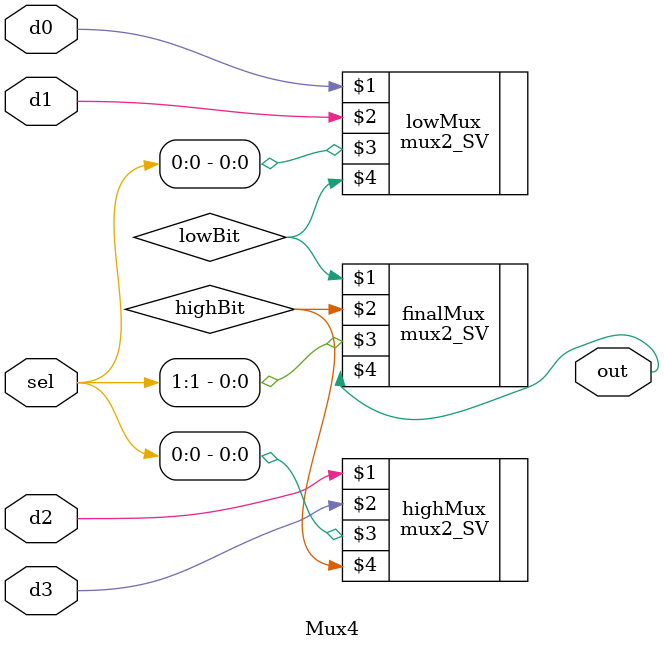
<source format=sv>
module  Mux2
	#(parameter width = 32)
	(input logic[(width - 1):0] d0, d1,
	input logic sel,
	output logic[(width - 1):0] out);
		
	assign out = sel ? d0 : d1;

endmodule

module Mux4
	(input logic d0, d1, d2, d3,
	input logic[1:0] sel,
	output logic out);
	
	logic lowBit, highBit;
	
	mux2_SV #(1) lowMux(d0, d1, sel[0], lowBit);
	mux2_SV highMux(d2, d3, sel[0], highBit);
	mux2_SV finalMux(lowBit, highBit, sel[1], out);
endmodule

</source>
